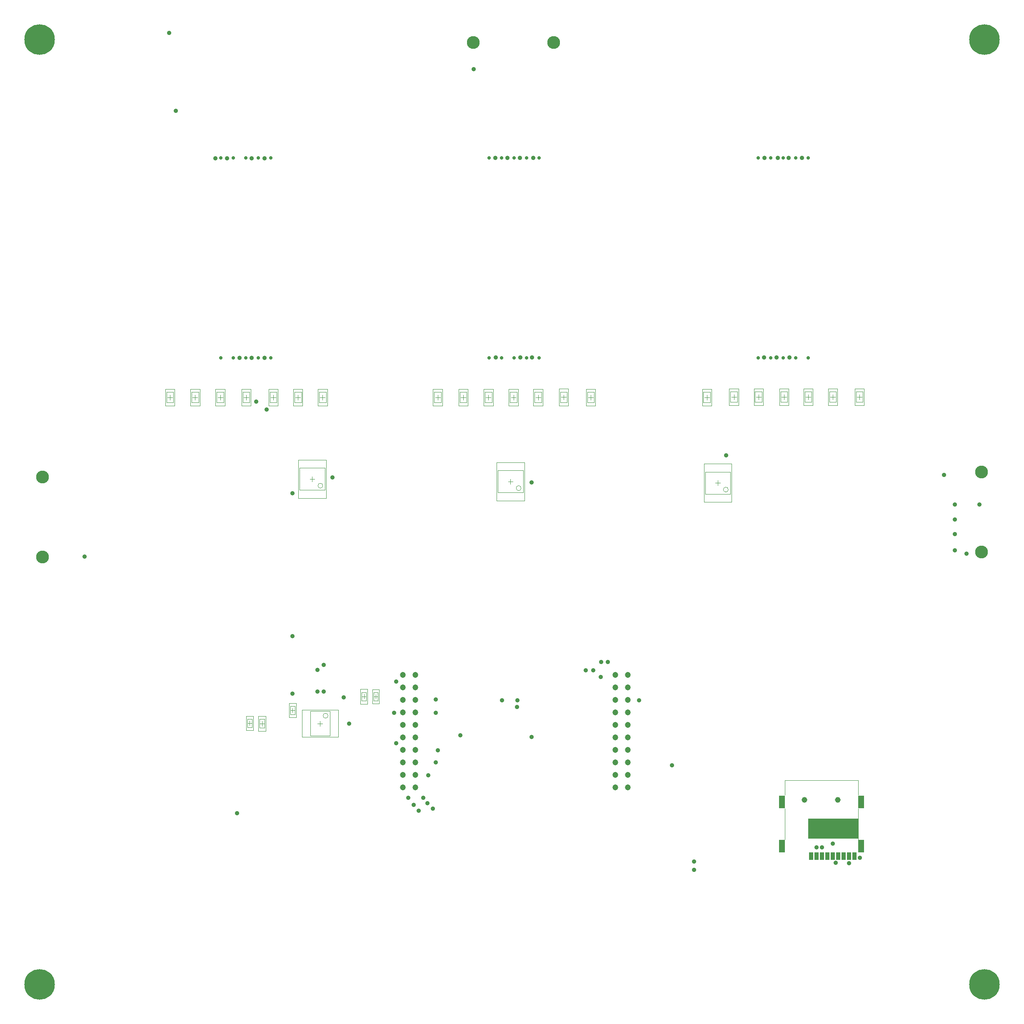
<source format=gts>
G04*
G04 #@! TF.GenerationSoftware,Altium Limited,Altium Designer,19.1.8 (144)*
G04*
G04 Layer_Color=8388736*
%FSLAX25Y25*%
%MOIN*%
G70*
G01*
G75*
%ADD12C,0.00394*%
%ADD13R,0.40158X0.15945*%
%ADD14C,0.00197*%
%ADD18C,0.02769*%
%ADD19R,0.05131X0.10249*%
%ADD20R,0.03241X0.06312*%
%ADD21C,0.04737*%
%ADD22C,0.03556*%
%ADD23C,0.10288*%
%ADD24C,0.04540*%
%ADD25C,0.24422*%
D12*
X611909Y131791D02*
Y156398D01*
X670768Y131693D02*
Y156496D01*
X611909Y179134D02*
X670768D01*
X611909Y167224D02*
Y179134D01*
X670768Y167224D02*
Y179134D01*
X566732Y411614D02*
G03*
X566732Y411614I-1969J0D01*
G01*
X400984Y412795D02*
G03*
X400984Y412795I-1969J0D01*
G01*
X242323Y414764D02*
G03*
X242323Y414764I-1969J0D01*
G01*
X246457Y230709D02*
G03*
X246457Y230709I-1969J0D01*
G01*
X647638Y481595D02*
Y490059D01*
X653150Y481595D02*
Y490059D01*
X647638D02*
X653150D01*
X647638Y481595D02*
X653150D01*
X627953D02*
Y490059D01*
X633465Y481595D02*
Y490059D01*
X627953D02*
X633465D01*
X627953Y481595D02*
X633465D01*
X608661D02*
Y490059D01*
X614173Y481595D02*
Y490059D01*
X608661D02*
X614173D01*
X608661Y481595D02*
X614173D01*
X588189D02*
Y490059D01*
X593701Y481595D02*
Y490059D01*
X588189D02*
X593701D01*
X588189Y481595D02*
X593701D01*
X568504D02*
Y490059D01*
X574016Y481595D02*
Y490059D01*
X568504D02*
X574016D01*
X568504Y481595D02*
X574016D01*
X546850Y481201D02*
Y489665D01*
X552362Y481201D02*
Y489665D01*
X546850D02*
X552362D01*
X546850Y481201D02*
X552362D01*
X668898Y481595D02*
Y490059D01*
X674409Y481595D02*
Y490059D01*
X668898D02*
X674409D01*
X668898Y481595D02*
X674409D01*
X548228Y408071D02*
X568307D01*
X548228Y425787D02*
X568307D01*
Y408071D02*
Y425787D01*
X548228Y408071D02*
Y425787D01*
X372047Y481201D02*
Y489665D01*
X377559Y481201D02*
Y489665D01*
X372047D02*
X377559D01*
X372047Y481201D02*
X377559D01*
X392126D02*
Y489665D01*
X397638Y481201D02*
Y489665D01*
X392126D02*
X397638D01*
X392126Y481201D02*
X397638D01*
X411811D02*
Y489665D01*
X417323Y481201D02*
Y489665D01*
X411811D02*
X417323D01*
X411811Y481201D02*
X417323D01*
X351969D02*
Y489665D01*
X357480Y481201D02*
Y489665D01*
X351969D02*
X357480D01*
X351969Y481201D02*
X357480D01*
X331496D02*
Y489665D01*
X337008Y481201D02*
Y489665D01*
X331496D02*
X337008D01*
X331496Y481201D02*
X337008D01*
X432283Y481299D02*
Y489764D01*
X437795Y481299D02*
Y489764D01*
X432283D02*
X437795D01*
X432283Y481299D02*
X437795D01*
X453937Y481201D02*
Y489665D01*
X459449Y481201D02*
Y489665D01*
X453937D02*
X459449D01*
X453937Y481201D02*
X459449D01*
X382480Y409252D02*
X402559D01*
X382480Y426968D02*
X402559D01*
Y409252D02*
Y426968D01*
X382480Y409252D02*
Y426968D01*
X223819Y411221D02*
X243898D01*
X223819Y428937D02*
X243898D01*
Y411221D02*
Y428937D01*
X223819Y411221D02*
Y428937D01*
X117323Y481201D02*
Y489665D01*
X122835Y481201D02*
Y489665D01*
X117323D02*
X122835D01*
X117323Y481201D02*
X122835D01*
X137402D02*
Y489665D01*
X142913Y481201D02*
Y489665D01*
X137402D02*
X142913D01*
X137402Y481201D02*
X142913D01*
X157480D02*
Y489665D01*
X162992Y481201D02*
Y489665D01*
X157480D02*
X162992D01*
X157480Y481201D02*
X162992D01*
X178347D02*
Y489665D01*
X183858Y481201D02*
Y489665D01*
X178347D02*
X183858D01*
X178347Y481201D02*
X183858D01*
X200000D02*
Y489665D01*
X205512Y481201D02*
Y489665D01*
X200000D02*
X205512D01*
X200000Y481201D02*
X205512D01*
X219685D02*
Y489665D01*
X225197Y481201D02*
Y489665D01*
X219685D02*
X225197D01*
X219685Y481201D02*
X225197D01*
X239370D02*
X244882D01*
X239370Y489665D02*
X244882D01*
Y481201D02*
Y489665D01*
X239370Y481201D02*
Y489665D01*
X277067Y242618D02*
Y249508D01*
X273327Y242618D02*
Y249508D01*
Y242618D02*
X277067D01*
X273327Y249508D02*
X277067D01*
X282874Y242717D02*
X286417D01*
X282874Y249410D02*
X286417D01*
Y242717D02*
Y249410D01*
X282874Y242717D02*
Y249410D01*
X182087Y221457D02*
X185630D01*
X182087Y228150D02*
X185630D01*
Y221457D02*
Y228150D01*
X182087Y221457D02*
Y228150D01*
X216339Y231693D02*
X219882D01*
X216339Y238386D02*
X219882D01*
Y231693D02*
Y238386D01*
X216339Y231693D02*
Y238386D01*
X191732Y220866D02*
X195669D01*
X191732Y227953D02*
X195669D01*
Y220866D02*
Y227953D01*
X191732Y220866D02*
Y227953D01*
X232283Y214567D02*
X248031D01*
X232283Y234252D02*
X248031D01*
X232283Y214567D02*
Y234252D01*
X248031Y214567D02*
Y234252D01*
X648425Y485827D02*
X652362D01*
X650394Y483858D02*
Y487795D01*
X628740Y485827D02*
X632677D01*
X630709Y483858D02*
Y487795D01*
X609449Y485827D02*
X613386D01*
X611417Y483858D02*
Y487795D01*
X588976Y485827D02*
X592913D01*
X590945Y483858D02*
Y487795D01*
X569291Y485827D02*
X573228D01*
X571260Y483858D02*
Y487795D01*
X547638Y485433D02*
X551575D01*
X549606Y483465D02*
Y487402D01*
X669685Y485827D02*
X673622D01*
X671654Y483858D02*
Y487795D01*
X558268Y414961D02*
Y418898D01*
X556299Y416929D02*
X560236D01*
X372835Y485433D02*
X376772D01*
X374803Y483465D02*
Y487402D01*
X392913Y485433D02*
X396850D01*
X394882Y483465D02*
Y487402D01*
X412598Y485433D02*
X416535D01*
X414567Y483465D02*
Y487402D01*
X352756Y485433D02*
X356693D01*
X354724Y483465D02*
Y487402D01*
X332283Y485433D02*
X336221D01*
X334252Y483465D02*
Y487402D01*
X433071Y485532D02*
X437008D01*
X435039Y483563D02*
Y487500D01*
X454724Y485433D02*
X458661D01*
X456693Y483465D02*
Y487402D01*
X392520Y416142D02*
Y420079D01*
X390551Y418110D02*
X394488D01*
X233858D02*
Y422047D01*
X231890Y420079D02*
X235827D01*
X118110Y485433D02*
X122047D01*
X120079Y483465D02*
Y487402D01*
X138189Y485433D02*
X142126D01*
X140157Y483465D02*
Y487402D01*
X158268Y485433D02*
X162205D01*
X160236Y483465D02*
Y487402D01*
X179134Y485433D02*
X183071D01*
X181102Y483465D02*
Y487402D01*
X200787Y485433D02*
X204724D01*
X202756Y483465D02*
Y487402D01*
X220472Y485433D02*
X224410D01*
X222441Y483465D02*
Y487402D01*
X242126Y483465D02*
Y487402D01*
X240158Y485433D02*
X244094D01*
X273327Y246063D02*
X277067D01*
X275197Y244193D02*
Y247933D01*
X284646Y244291D02*
Y247835D01*
X282874Y246063D02*
X286417D01*
X183858Y223031D02*
Y226575D01*
X182087Y224803D02*
X185630D01*
X218110Y233268D02*
Y236811D01*
X216339Y235039D02*
X219882D01*
X193701Y222441D02*
Y226378D01*
X191732Y224410D02*
X195669D01*
X240158Y222441D02*
Y226378D01*
X238189Y224410D02*
X242126D01*
D13*
X650591Y140256D02*
D03*
D14*
X646654Y479134D02*
Y492520D01*
X654134Y479134D02*
Y492520D01*
X646654D02*
X654134D01*
X646654Y479134D02*
X654134D01*
X626968D02*
Y492520D01*
X634449Y479134D02*
Y492520D01*
X626968D02*
X634449D01*
X626968Y479134D02*
X634449D01*
X607677D02*
Y492520D01*
X615158Y479134D02*
Y492520D01*
X607677D02*
X615158D01*
X607677Y479134D02*
X615158D01*
X587205D02*
Y492520D01*
X594685Y479134D02*
Y492520D01*
X587205D02*
X594685D01*
X587205Y479134D02*
X594685D01*
X567520D02*
Y492520D01*
X575000Y479134D02*
Y492520D01*
X567520D02*
X575000D01*
X567520Y479134D02*
X575000D01*
X545866Y478740D02*
Y492126D01*
X553346Y478740D02*
Y492126D01*
X545866D02*
X553346D01*
X545866Y478740D02*
X553346D01*
X667913Y479134D02*
Y492520D01*
X675394Y479134D02*
Y492520D01*
X667913D02*
X675394D01*
X667913Y479134D02*
X675394D01*
X547244Y401575D02*
X569291D01*
X547244Y432283D02*
X569291D01*
Y401575D02*
Y432283D01*
X547244Y401575D02*
Y432283D01*
X371063Y478740D02*
Y492126D01*
X378543Y478740D02*
Y492126D01*
X371063D02*
X378543D01*
X371063Y478740D02*
X378543D01*
X391142D02*
Y492126D01*
X398622Y478740D02*
Y492126D01*
X391142D02*
X398622D01*
X391142Y478740D02*
X398622D01*
X410827D02*
Y492126D01*
X418307Y478740D02*
Y492126D01*
X410827D02*
X418307D01*
X410827Y478740D02*
X418307D01*
X350984D02*
Y492126D01*
X358465Y478740D02*
Y492126D01*
X350984D02*
X358465D01*
X350984Y478740D02*
X358465D01*
X330512D02*
Y492126D01*
X337992Y478740D02*
Y492126D01*
X330512D02*
X337992D01*
X330512Y478740D02*
X337992D01*
X431299Y478839D02*
Y492224D01*
X438779Y478839D02*
Y492224D01*
X431299D02*
X438779D01*
X431299Y478839D02*
X438779D01*
X452953Y478740D02*
Y492126D01*
X460433Y478740D02*
Y492126D01*
X452953D02*
X460433D01*
X452953Y478740D02*
X460433D01*
X381496Y402756D02*
X403543D01*
X381496Y433465D02*
X403543D01*
Y402756D02*
Y433465D01*
X381496Y402756D02*
Y433465D01*
X222835Y404724D02*
X244882D01*
X222835Y435433D02*
X244882D01*
Y404724D02*
Y435433D01*
X222835Y404724D02*
Y435433D01*
X116339Y478740D02*
Y492126D01*
X123819Y478740D02*
Y492126D01*
X116339D02*
X123819D01*
X116339Y478740D02*
X123819D01*
X136417D02*
Y492126D01*
X143898Y478740D02*
Y492126D01*
X136417D02*
X143898D01*
X136417Y478740D02*
X143898D01*
X156496D02*
Y492126D01*
X163976Y478740D02*
Y492126D01*
X156496D02*
X163976D01*
X156496Y478740D02*
X163976D01*
X177362D02*
Y492126D01*
X184843Y478740D02*
Y492126D01*
X177362D02*
X184843D01*
X177362Y478740D02*
X184843D01*
X199016D02*
Y492126D01*
X206496Y478740D02*
Y492126D01*
X199016D02*
X206496D01*
X199016Y478740D02*
X206496D01*
X218701D02*
Y492126D01*
X226181Y478740D02*
Y492126D01*
X218701D02*
X226181D01*
X218701Y478740D02*
X226181D01*
X238386D02*
X245866D01*
X238386Y492126D02*
X245866D01*
Y478740D02*
Y492126D01*
X238386Y478740D02*
Y492126D01*
X278150Y240158D02*
Y251969D01*
X272244Y240158D02*
Y251969D01*
Y240158D02*
X278150D01*
X272244Y251969D02*
X278150D01*
X281890Y240354D02*
X287402D01*
X281890Y251772D02*
X287402D01*
Y240354D02*
Y251772D01*
X281890Y240354D02*
Y251772D01*
X181102Y219094D02*
X186614D01*
X181102Y230512D02*
X186614D01*
Y219094D02*
Y230512D01*
X181102Y219094D02*
Y230512D01*
X215354Y229331D02*
X220866D01*
X215354Y240748D02*
X220866D01*
Y229331D02*
Y240748D01*
X215354Y229331D02*
Y240748D01*
X190748Y218504D02*
X196653D01*
X190748Y230315D02*
X196653D01*
Y218504D02*
Y230315D01*
X190748Y218504D02*
Y230315D01*
X225590Y213583D02*
X254724D01*
X225590Y235236D02*
X254724D01*
X225590Y213583D02*
Y235236D01*
X254724Y213583D02*
Y235236D01*
D18*
X630551Y677165D02*
D03*
Y517165D02*
D03*
X590551Y677165D02*
D03*
Y517165D02*
D03*
X620551Y677165D02*
D03*
Y517165D02*
D03*
X610551Y677165D02*
D03*
Y517165D02*
D03*
X600551Y677165D02*
D03*
Y517165D02*
D03*
X200787Y676929D02*
D03*
Y516929D02*
D03*
X160787Y676929D02*
D03*
Y516929D02*
D03*
X190787Y676929D02*
D03*
Y516929D02*
D03*
X180787Y676929D02*
D03*
Y516929D02*
D03*
X170787Y676929D02*
D03*
Y516929D02*
D03*
X415512Y677165D02*
D03*
Y517165D02*
D03*
X375512Y677165D02*
D03*
Y517165D02*
D03*
X405512Y677165D02*
D03*
Y517165D02*
D03*
X395512Y677165D02*
D03*
Y517165D02*
D03*
X385512Y677165D02*
D03*
Y517165D02*
D03*
D19*
X673130Y161811D02*
D03*
X609547D02*
D03*
Y126378D02*
D03*
X673130D02*
D03*
D20*
X633071Y118504D02*
D03*
X650394D02*
D03*
X641732D02*
D03*
X637402D02*
D03*
X646063D02*
D03*
X654724D02*
D03*
X659055D02*
D03*
X663386D02*
D03*
X667717D02*
D03*
D21*
X306221Y263228D02*
D03*
Y253228D02*
D03*
Y243228D02*
D03*
Y233228D02*
D03*
Y223228D02*
D03*
Y213228D02*
D03*
Y203228D02*
D03*
Y193228D02*
D03*
Y183228D02*
D03*
Y173228D02*
D03*
X316220Y263228D02*
D03*
Y253228D02*
D03*
Y243228D02*
D03*
Y233228D02*
D03*
Y223228D02*
D03*
Y213228D02*
D03*
Y203228D02*
D03*
Y193228D02*
D03*
Y183228D02*
D03*
Y173228D02*
D03*
X476221Y263228D02*
D03*
Y253228D02*
D03*
Y243228D02*
D03*
Y233228D02*
D03*
Y223228D02*
D03*
Y213228D02*
D03*
Y203228D02*
D03*
Y193228D02*
D03*
Y183228D02*
D03*
Y173228D02*
D03*
X486221Y263228D02*
D03*
Y253228D02*
D03*
Y243228D02*
D03*
Y233228D02*
D03*
Y223228D02*
D03*
Y213228D02*
D03*
Y203228D02*
D03*
Y193228D02*
D03*
Y183228D02*
D03*
Y173228D02*
D03*
D22*
X218110Y294488D02*
D03*
X352362Y214961D02*
D03*
X409449Y213779D02*
D03*
X124803Y714567D02*
D03*
X650394Y128347D02*
D03*
X521654Y190945D02*
D03*
X218110Y248425D02*
D03*
X173622Y152756D02*
D03*
X218110Y408661D02*
D03*
X119291Y777165D02*
D03*
X362992Y748032D02*
D03*
X263386Y224410D02*
D03*
X259055Y245276D02*
D03*
X51575Y357874D02*
D03*
X652756Y112992D02*
D03*
X641732Y125197D02*
D03*
X637402D02*
D03*
X672047Y116929D02*
D03*
X663386Y112598D02*
D03*
X739370Y423228D02*
D03*
X606299Y677165D02*
D03*
X595669D02*
D03*
X614961D02*
D03*
X625591D02*
D03*
X595276Y517323D02*
D03*
X605512D02*
D03*
X615748D02*
D03*
X380315Y677165D02*
D03*
X390158D02*
D03*
X400000D02*
D03*
X410630D02*
D03*
X409842Y517323D02*
D03*
X380709D02*
D03*
X400394D02*
D03*
X156299Y676772D02*
D03*
X165748D02*
D03*
X185433D02*
D03*
X195669D02*
D03*
X175591Y516929D02*
D03*
X185433D02*
D03*
X195669D02*
D03*
X249919Y421260D02*
D03*
X299213Y233071D02*
D03*
X757283Y360236D02*
D03*
X564961Y438976D02*
D03*
X409449Y417323D02*
D03*
X301181Y208661D02*
D03*
Y257874D02*
D03*
X242913Y271260D02*
D03*
X238189Y267323D02*
D03*
Y250000D02*
D03*
X242913D02*
D03*
X332677Y193307D02*
D03*
X334252Y203150D02*
D03*
X397638Y237795D02*
D03*
X398031Y243150D02*
D03*
X452756Y266929D02*
D03*
X458661D02*
D03*
X326772Y183071D02*
D03*
X470472Y273622D02*
D03*
X464961D02*
D03*
X310630Y164961D02*
D03*
X318898Y154724D02*
D03*
X314961Y159449D02*
D03*
X330315Y156299D02*
D03*
X322835Y164961D02*
D03*
X325984Y160630D02*
D03*
X464567Y261811D02*
D03*
X767717Y399606D02*
D03*
X748032D02*
D03*
Y387795D02*
D03*
Y362992D02*
D03*
Y375984D02*
D03*
X495276Y242913D02*
D03*
X385827D02*
D03*
X332677Y233071D02*
D03*
Y243701D02*
D03*
X197244Y475591D02*
D03*
X188976Y481890D02*
D03*
X539370Y107480D02*
D03*
Y114173D02*
D03*
D23*
X18189Y357677D02*
D03*
Y421850D02*
D03*
X769213Y425787D02*
D03*
Y361614D02*
D03*
X426929Y769193D02*
D03*
X362756D02*
D03*
D24*
X627658Y163484D02*
D03*
X654429D02*
D03*
D25*
X771654Y15748D02*
D03*
Y771654D02*
D03*
X15748D02*
D03*
Y15748D02*
D03*
M02*

</source>
